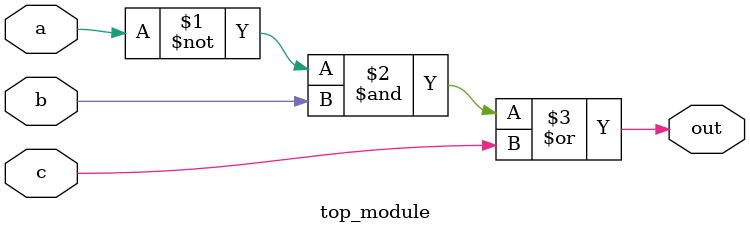
<source format=sv>
module top_module(
    input a,
    input b,
    input c,
    output out
);

assign out = (~a & b) | (c);

endmodule

</source>
